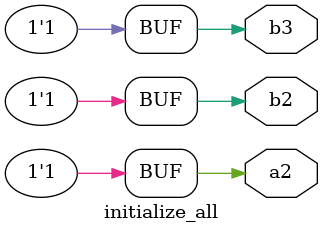
<source format=v>
module blinky(CLK,LED1,LED2,LED3,LED4,A2,B2,B3); 


	//-------------- initializations ------------- 
	output wire A2,B2,B3;
	initialize_all i(.a2(A2),.b2(B2),.b3(B3));
	//-------------------------------------------
	
	input wire CLK;
	output wire LED1,LED2,LED3,LED4;
	defparam b1.seconds = 4'd1, b2.seconds = 4'd2, b3.seconds = 4'd4,b4.seconds = 4'd8;
	blink b1(.clk(CLK),.led(LED1));
	blink b2(.clk(CLK),.led(LED2));
	blink b3(.clk(CLK),.led(LED3));
	blink b4(.clk(CLK),.led(LED4));
endmodule

module blink(clk,led);
	input clk;
	output reg led;
	parameter seconds = 1'd1;
	reg [32:0] expected_count;
	reg [32:0] count = 32'd0;
	
	initial begin
		expected_count = seconds*32'd100000000;	//convert seconds to 10^8 seconds
		led = 1'b0;
	end
		
	always @(posedge(clk)) begin
		count = count + 1;
		if (count == expected_count) begin
			led = ~ led;
			count = 0;
		end
	end
endmodule

module initialize_all(a2,b2,b3);

	//------- disable seven segment display -------	
	output reg a2,b2,b3;
	initial begin
		a2 = 1'b1;
		b2 = 1'b1;
		b3 = 1'b1;
	end
	//--------------------------------------------
endmodule

//module stimulus();
//	reg clk,dummy;
//	wire led,a2,b2,b3;
//	blinky b(clk,led,a2,b2,b3);
//	
//	initial begin
//		$dumpfile("simulation.vcd");
//		$dumpvars(dummy,clk,led);
//	end
//	
//	initial 
//		clk = 1'b0;
//
//	always 
//		#1 clk = ~ clk;
//	
//	initial 
//		#1215752192 $finish;
//endmodule

</source>
